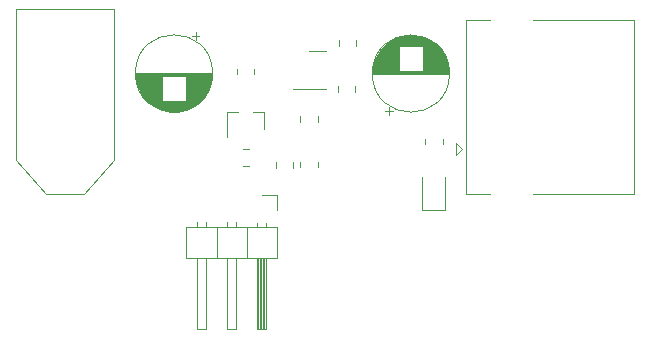
<source format=gbr>
%TF.GenerationSoftware,KiCad,Pcbnew,5.1.10*%
%TF.CreationDate,2021-11-10T11:09:16+01:00*%
%TF.ProjectId,Buck-Converter,4275636b-2d43-46f6-9e76-65727465722e,rev?*%
%TF.SameCoordinates,Original*%
%TF.FileFunction,Legend,Top*%
%TF.FilePolarity,Positive*%
%FSLAX46Y46*%
G04 Gerber Fmt 4.6, Leading zero omitted, Abs format (unit mm)*
G04 Created by KiCad (PCBNEW 5.1.10) date 2021-11-10 11:09:16*
%MOMM*%
%LPD*%
G01*
G04 APERTURE LIST*
%ADD10C,0.120000*%
G04 APERTURE END LIST*
D10*
%TO.C,J3*%
X124360000Y-77940000D02*
X124360000Y-78940000D01*
X124860000Y-78440000D02*
X124360000Y-77940000D01*
X124360000Y-78940000D02*
X124860000Y-78440000D01*
X127220000Y-67580000D02*
X125240000Y-67580000D01*
X125240000Y-82300000D02*
X127220000Y-82300000D01*
X125240000Y-82300000D02*
X125240000Y-67580000D01*
X130920000Y-67580000D02*
X139460000Y-67580000D01*
X139460000Y-82300000D02*
X139460000Y-67580000D01*
X130920000Y-82300000D02*
X139460000Y-82300000D01*
%TO.C,U1*%
X110540000Y-73400000D02*
X113340000Y-73400000D01*
X111940000Y-70180000D02*
X113340000Y-70180000D01*
%TO.C,R7*%
X121755000Y-77632936D02*
X121755000Y-78087064D01*
X123225000Y-77632936D02*
X123225000Y-78087064D01*
%TO.C,R6*%
X115845000Y-73627064D02*
X115845000Y-73172936D01*
X114375000Y-73627064D02*
X114375000Y-73172936D01*
%TO.C,R5*%
X110575000Y-80037064D02*
X110575000Y-79582936D01*
X109105000Y-80037064D02*
X109105000Y-79582936D01*
%TO.C,R4*%
X111185000Y-79572936D02*
X111185000Y-80027064D01*
X112655000Y-79572936D02*
X112655000Y-80027064D01*
%TO.C,R3*%
X111175000Y-75692936D02*
X111175000Y-76147064D01*
X112645000Y-75692936D02*
X112645000Y-76147064D01*
%TO.C,R2*%
X105825000Y-71672936D02*
X105825000Y-72127064D01*
X107295000Y-71672936D02*
X107295000Y-72127064D01*
%TO.C,R1*%
X106372936Y-79945000D02*
X106827064Y-79945000D01*
X106372936Y-78475000D02*
X106827064Y-78475000D01*
%TO.C,Q1*%
X108130000Y-75330000D02*
X108130000Y-76790000D01*
X104970000Y-75330000D02*
X104970000Y-77490000D01*
X104970000Y-75330000D02*
X105900000Y-75330000D01*
X108130000Y-75330000D02*
X107200000Y-75330000D01*
%TO.C,J2*%
X92830000Y-82290000D02*
X95430000Y-79440000D01*
X87130000Y-79440000D02*
X89680000Y-82290000D01*
X95430000Y-66590000D02*
X87130000Y-66590000D01*
X95430000Y-79440000D02*
X95430000Y-66590000D01*
X89680000Y-82290000D02*
X92830000Y-82290000D01*
X87130000Y-66590000D02*
X87130000Y-79440000D01*
%TO.C,J1*%
X109190000Y-82360000D02*
X109190000Y-83630000D01*
X107920000Y-82360000D02*
X109190000Y-82360000D01*
X102460000Y-84672929D02*
X102460000Y-85070000D01*
X103220000Y-84672929D02*
X103220000Y-85070000D01*
X102460000Y-93730000D02*
X102460000Y-87730000D01*
X103220000Y-93730000D02*
X102460000Y-93730000D01*
X103220000Y-87730000D02*
X103220000Y-93730000D01*
X104110000Y-85070000D02*
X104110000Y-87730000D01*
X105000000Y-84672929D02*
X105000000Y-85070000D01*
X105760000Y-84672929D02*
X105760000Y-85070000D01*
X105000000Y-93730000D02*
X105000000Y-87730000D01*
X105760000Y-93730000D02*
X105000000Y-93730000D01*
X105760000Y-87730000D02*
X105760000Y-93730000D01*
X106650000Y-85070000D02*
X106650000Y-87730000D01*
X107540000Y-84740000D02*
X107540000Y-85070000D01*
X108300000Y-84740000D02*
X108300000Y-85070000D01*
X107640000Y-87730000D02*
X107640000Y-93730000D01*
X107760000Y-87730000D02*
X107760000Y-93730000D01*
X107880000Y-87730000D02*
X107880000Y-93730000D01*
X108000000Y-87730000D02*
X108000000Y-93730000D01*
X108120000Y-87730000D02*
X108120000Y-93730000D01*
X108240000Y-87730000D02*
X108240000Y-93730000D01*
X107540000Y-93730000D02*
X107540000Y-87730000D01*
X108300000Y-93730000D02*
X107540000Y-93730000D01*
X108300000Y-87730000D02*
X108300000Y-93730000D01*
X109250000Y-87730000D02*
X109250000Y-85070000D01*
X101510000Y-87730000D02*
X109250000Y-87730000D01*
X101510000Y-85070000D02*
X101510000Y-87730000D01*
X109250000Y-85070000D02*
X101510000Y-85070000D01*
%TO.C,D1*%
X123430000Y-83670000D02*
X123430000Y-80810000D01*
X121510000Y-83670000D02*
X123430000Y-83670000D01*
X121510000Y-80810000D02*
X121510000Y-83670000D01*
%TO.C,C3*%
X118396000Y-75265241D02*
X119026000Y-75265241D01*
X118711000Y-75580241D02*
X118711000Y-74950241D01*
X120148000Y-68839000D02*
X120952000Y-68839000D01*
X119917000Y-68879000D02*
X121183000Y-68879000D01*
X119748000Y-68919000D02*
X121352000Y-68919000D01*
X119610000Y-68959000D02*
X121490000Y-68959000D01*
X119491000Y-68999000D02*
X121609000Y-68999000D01*
X119385000Y-69039000D02*
X121715000Y-69039000D01*
X119288000Y-69079000D02*
X121812000Y-69079000D01*
X119200000Y-69119000D02*
X121900000Y-69119000D01*
X119118000Y-69159000D02*
X121982000Y-69159000D01*
X119041000Y-69199000D02*
X122059000Y-69199000D01*
X118969000Y-69239000D02*
X122131000Y-69239000D01*
X118900000Y-69279000D02*
X122200000Y-69279000D01*
X118836000Y-69319000D02*
X122264000Y-69319000D01*
X118774000Y-69359000D02*
X122326000Y-69359000D01*
X118716000Y-69399000D02*
X122384000Y-69399000D01*
X118660000Y-69439000D02*
X122440000Y-69439000D01*
X118606000Y-69479000D02*
X122494000Y-69479000D01*
X118555000Y-69519000D02*
X122545000Y-69519000D01*
X118506000Y-69559000D02*
X122594000Y-69559000D01*
X118458000Y-69599000D02*
X122642000Y-69599000D01*
X118413000Y-69639000D02*
X122687000Y-69639000D01*
X118368000Y-69679000D02*
X122732000Y-69679000D01*
X118326000Y-69719000D02*
X122774000Y-69719000D01*
X118285000Y-69759000D02*
X122815000Y-69759000D01*
X121590000Y-69799000D02*
X122855000Y-69799000D01*
X118245000Y-69799000D02*
X119510000Y-69799000D01*
X121590000Y-69839000D02*
X122893000Y-69839000D01*
X118207000Y-69839000D02*
X119510000Y-69839000D01*
X121590000Y-69879000D02*
X122930000Y-69879000D01*
X118170000Y-69879000D02*
X119510000Y-69879000D01*
X121590000Y-69919000D02*
X122966000Y-69919000D01*
X118134000Y-69919000D02*
X119510000Y-69919000D01*
X121590000Y-69959000D02*
X123000000Y-69959000D01*
X118100000Y-69959000D02*
X119510000Y-69959000D01*
X121590000Y-69999000D02*
X123034000Y-69999000D01*
X118066000Y-69999000D02*
X119510000Y-69999000D01*
X121590000Y-70039000D02*
X123066000Y-70039000D01*
X118034000Y-70039000D02*
X119510000Y-70039000D01*
X121590000Y-70079000D02*
X123098000Y-70079000D01*
X118002000Y-70079000D02*
X119510000Y-70079000D01*
X121590000Y-70119000D02*
X123128000Y-70119000D01*
X117972000Y-70119000D02*
X119510000Y-70119000D01*
X121590000Y-70159000D02*
X123157000Y-70159000D01*
X117943000Y-70159000D02*
X119510000Y-70159000D01*
X121590000Y-70199000D02*
X123186000Y-70199000D01*
X117914000Y-70199000D02*
X119510000Y-70199000D01*
X121590000Y-70239000D02*
X123214000Y-70239000D01*
X117886000Y-70239000D02*
X119510000Y-70239000D01*
X121590000Y-70279000D02*
X123240000Y-70279000D01*
X117860000Y-70279000D02*
X119510000Y-70279000D01*
X121590000Y-70319000D02*
X123266000Y-70319000D01*
X117834000Y-70319000D02*
X119510000Y-70319000D01*
X121590000Y-70359000D02*
X123292000Y-70359000D01*
X117808000Y-70359000D02*
X119510000Y-70359000D01*
X121590000Y-70399000D02*
X123316000Y-70399000D01*
X117784000Y-70399000D02*
X119510000Y-70399000D01*
X121590000Y-70439000D02*
X123340000Y-70439000D01*
X117760000Y-70439000D02*
X119510000Y-70439000D01*
X121590000Y-70479000D02*
X123362000Y-70479000D01*
X117738000Y-70479000D02*
X119510000Y-70479000D01*
X121590000Y-70519000D02*
X123384000Y-70519000D01*
X117716000Y-70519000D02*
X119510000Y-70519000D01*
X121590000Y-70559000D02*
X123406000Y-70559000D01*
X117694000Y-70559000D02*
X119510000Y-70559000D01*
X121590000Y-70599000D02*
X123426000Y-70599000D01*
X117674000Y-70599000D02*
X119510000Y-70599000D01*
X121590000Y-70639000D02*
X123446000Y-70639000D01*
X117654000Y-70639000D02*
X119510000Y-70639000D01*
X121590000Y-70679000D02*
X123466000Y-70679000D01*
X117634000Y-70679000D02*
X119510000Y-70679000D01*
X121590000Y-70719000D02*
X123484000Y-70719000D01*
X117616000Y-70719000D02*
X119510000Y-70719000D01*
X121590000Y-70759000D02*
X123502000Y-70759000D01*
X117598000Y-70759000D02*
X119510000Y-70759000D01*
X121590000Y-70799000D02*
X123520000Y-70799000D01*
X117580000Y-70799000D02*
X119510000Y-70799000D01*
X121590000Y-70839000D02*
X123536000Y-70839000D01*
X117564000Y-70839000D02*
X119510000Y-70839000D01*
X121590000Y-70879000D02*
X123552000Y-70879000D01*
X117548000Y-70879000D02*
X119510000Y-70879000D01*
X121590000Y-70919000D02*
X123568000Y-70919000D01*
X117532000Y-70919000D02*
X119510000Y-70919000D01*
X121590000Y-70959000D02*
X123583000Y-70959000D01*
X117517000Y-70959000D02*
X119510000Y-70959000D01*
X121590000Y-70999000D02*
X123597000Y-70999000D01*
X117503000Y-70999000D02*
X119510000Y-70999000D01*
X121590000Y-71039000D02*
X123611000Y-71039000D01*
X117489000Y-71039000D02*
X119510000Y-71039000D01*
X121590000Y-71079000D02*
X123624000Y-71079000D01*
X117476000Y-71079000D02*
X119510000Y-71079000D01*
X121590000Y-71119000D02*
X123636000Y-71119000D01*
X117464000Y-71119000D02*
X119510000Y-71119000D01*
X121590000Y-71159000D02*
X123648000Y-71159000D01*
X117452000Y-71159000D02*
X119510000Y-71159000D01*
X121590000Y-71199000D02*
X123660000Y-71199000D01*
X117440000Y-71199000D02*
X119510000Y-71199000D01*
X121590000Y-71239000D02*
X123671000Y-71239000D01*
X117429000Y-71239000D02*
X119510000Y-71239000D01*
X121590000Y-71279000D02*
X123681000Y-71279000D01*
X117419000Y-71279000D02*
X119510000Y-71279000D01*
X121590000Y-71319000D02*
X123691000Y-71319000D01*
X117409000Y-71319000D02*
X119510000Y-71319000D01*
X121590000Y-71359000D02*
X123700000Y-71359000D01*
X117400000Y-71359000D02*
X119510000Y-71359000D01*
X121590000Y-71400000D02*
X123709000Y-71400000D01*
X117391000Y-71400000D02*
X119510000Y-71400000D01*
X121590000Y-71440000D02*
X123717000Y-71440000D01*
X117383000Y-71440000D02*
X119510000Y-71440000D01*
X121590000Y-71480000D02*
X123725000Y-71480000D01*
X117375000Y-71480000D02*
X119510000Y-71480000D01*
X121590000Y-71520000D02*
X123732000Y-71520000D01*
X117368000Y-71520000D02*
X119510000Y-71520000D01*
X121590000Y-71560000D02*
X123739000Y-71560000D01*
X117361000Y-71560000D02*
X119510000Y-71560000D01*
X121590000Y-71600000D02*
X123745000Y-71600000D01*
X117355000Y-71600000D02*
X119510000Y-71600000D01*
X121590000Y-71640000D02*
X123751000Y-71640000D01*
X117349000Y-71640000D02*
X119510000Y-71640000D01*
X121590000Y-71680000D02*
X123756000Y-71680000D01*
X117344000Y-71680000D02*
X119510000Y-71680000D01*
X121590000Y-71720000D02*
X123761000Y-71720000D01*
X117339000Y-71720000D02*
X119510000Y-71720000D01*
X121590000Y-71760000D02*
X123765000Y-71760000D01*
X117335000Y-71760000D02*
X119510000Y-71760000D01*
X121590000Y-71800000D02*
X123768000Y-71800000D01*
X117332000Y-71800000D02*
X119510000Y-71800000D01*
X121590000Y-71840000D02*
X123772000Y-71840000D01*
X117328000Y-71840000D02*
X119510000Y-71840000D01*
X117326000Y-71880000D02*
X123774000Y-71880000D01*
X117323000Y-71920000D02*
X123777000Y-71920000D01*
X117322000Y-71960000D02*
X123778000Y-71960000D01*
X117320000Y-72000000D02*
X123780000Y-72000000D01*
X117320000Y-72040000D02*
X123780000Y-72040000D01*
X117320000Y-72080000D02*
X123780000Y-72080000D01*
X123820000Y-72080000D02*
G75*
G03*
X123820000Y-72080000I-3270000J0D01*
G01*
%TO.C,C2*%
X115895000Y-69751252D02*
X115895000Y-69228748D01*
X114425000Y-69751252D02*
X114425000Y-69228748D01*
%TO.C,C1*%
X102644000Y-68884759D02*
X102014000Y-68884759D01*
X102329000Y-68569759D02*
X102329000Y-69199759D01*
X100892000Y-75311000D02*
X100088000Y-75311000D01*
X101123000Y-75271000D02*
X99857000Y-75271000D01*
X101292000Y-75231000D02*
X99688000Y-75231000D01*
X101430000Y-75191000D02*
X99550000Y-75191000D01*
X101549000Y-75151000D02*
X99431000Y-75151000D01*
X101655000Y-75111000D02*
X99325000Y-75111000D01*
X101752000Y-75071000D02*
X99228000Y-75071000D01*
X101840000Y-75031000D02*
X99140000Y-75031000D01*
X101922000Y-74991000D02*
X99058000Y-74991000D01*
X101999000Y-74951000D02*
X98981000Y-74951000D01*
X102071000Y-74911000D02*
X98909000Y-74911000D01*
X102140000Y-74871000D02*
X98840000Y-74871000D01*
X102204000Y-74831000D02*
X98776000Y-74831000D01*
X102266000Y-74791000D02*
X98714000Y-74791000D01*
X102324000Y-74751000D02*
X98656000Y-74751000D01*
X102380000Y-74711000D02*
X98600000Y-74711000D01*
X102434000Y-74671000D02*
X98546000Y-74671000D01*
X102485000Y-74631000D02*
X98495000Y-74631000D01*
X102534000Y-74591000D02*
X98446000Y-74591000D01*
X102582000Y-74551000D02*
X98398000Y-74551000D01*
X102627000Y-74511000D02*
X98353000Y-74511000D01*
X102672000Y-74471000D02*
X98308000Y-74471000D01*
X102714000Y-74431000D02*
X98266000Y-74431000D01*
X102755000Y-74391000D02*
X98225000Y-74391000D01*
X99450000Y-74351000D02*
X98185000Y-74351000D01*
X102795000Y-74351000D02*
X101530000Y-74351000D01*
X99450000Y-74311000D02*
X98147000Y-74311000D01*
X102833000Y-74311000D02*
X101530000Y-74311000D01*
X99450000Y-74271000D02*
X98110000Y-74271000D01*
X102870000Y-74271000D02*
X101530000Y-74271000D01*
X99450000Y-74231000D02*
X98074000Y-74231000D01*
X102906000Y-74231000D02*
X101530000Y-74231000D01*
X99450000Y-74191000D02*
X98040000Y-74191000D01*
X102940000Y-74191000D02*
X101530000Y-74191000D01*
X99450000Y-74151000D02*
X98006000Y-74151000D01*
X102974000Y-74151000D02*
X101530000Y-74151000D01*
X99450000Y-74111000D02*
X97974000Y-74111000D01*
X103006000Y-74111000D02*
X101530000Y-74111000D01*
X99450000Y-74071000D02*
X97942000Y-74071000D01*
X103038000Y-74071000D02*
X101530000Y-74071000D01*
X99450000Y-74031000D02*
X97912000Y-74031000D01*
X103068000Y-74031000D02*
X101530000Y-74031000D01*
X99450000Y-73991000D02*
X97883000Y-73991000D01*
X103097000Y-73991000D02*
X101530000Y-73991000D01*
X99450000Y-73951000D02*
X97854000Y-73951000D01*
X103126000Y-73951000D02*
X101530000Y-73951000D01*
X99450000Y-73911000D02*
X97826000Y-73911000D01*
X103154000Y-73911000D02*
X101530000Y-73911000D01*
X99450000Y-73871000D02*
X97800000Y-73871000D01*
X103180000Y-73871000D02*
X101530000Y-73871000D01*
X99450000Y-73831000D02*
X97774000Y-73831000D01*
X103206000Y-73831000D02*
X101530000Y-73831000D01*
X99450000Y-73791000D02*
X97748000Y-73791000D01*
X103232000Y-73791000D02*
X101530000Y-73791000D01*
X99450000Y-73751000D02*
X97724000Y-73751000D01*
X103256000Y-73751000D02*
X101530000Y-73751000D01*
X99450000Y-73711000D02*
X97700000Y-73711000D01*
X103280000Y-73711000D02*
X101530000Y-73711000D01*
X99450000Y-73671000D02*
X97678000Y-73671000D01*
X103302000Y-73671000D02*
X101530000Y-73671000D01*
X99450000Y-73631000D02*
X97656000Y-73631000D01*
X103324000Y-73631000D02*
X101530000Y-73631000D01*
X99450000Y-73591000D02*
X97634000Y-73591000D01*
X103346000Y-73591000D02*
X101530000Y-73591000D01*
X99450000Y-73551000D02*
X97614000Y-73551000D01*
X103366000Y-73551000D02*
X101530000Y-73551000D01*
X99450000Y-73511000D02*
X97594000Y-73511000D01*
X103386000Y-73511000D02*
X101530000Y-73511000D01*
X99450000Y-73471000D02*
X97574000Y-73471000D01*
X103406000Y-73471000D02*
X101530000Y-73471000D01*
X99450000Y-73431000D02*
X97556000Y-73431000D01*
X103424000Y-73431000D02*
X101530000Y-73431000D01*
X99450000Y-73391000D02*
X97538000Y-73391000D01*
X103442000Y-73391000D02*
X101530000Y-73391000D01*
X99450000Y-73351000D02*
X97520000Y-73351000D01*
X103460000Y-73351000D02*
X101530000Y-73351000D01*
X99450000Y-73311000D02*
X97504000Y-73311000D01*
X103476000Y-73311000D02*
X101530000Y-73311000D01*
X99450000Y-73271000D02*
X97488000Y-73271000D01*
X103492000Y-73271000D02*
X101530000Y-73271000D01*
X99450000Y-73231000D02*
X97472000Y-73231000D01*
X103508000Y-73231000D02*
X101530000Y-73231000D01*
X99450000Y-73191000D02*
X97457000Y-73191000D01*
X103523000Y-73191000D02*
X101530000Y-73191000D01*
X99450000Y-73151000D02*
X97443000Y-73151000D01*
X103537000Y-73151000D02*
X101530000Y-73151000D01*
X99450000Y-73111000D02*
X97429000Y-73111000D01*
X103551000Y-73111000D02*
X101530000Y-73111000D01*
X99450000Y-73071000D02*
X97416000Y-73071000D01*
X103564000Y-73071000D02*
X101530000Y-73071000D01*
X99450000Y-73031000D02*
X97404000Y-73031000D01*
X103576000Y-73031000D02*
X101530000Y-73031000D01*
X99450000Y-72991000D02*
X97392000Y-72991000D01*
X103588000Y-72991000D02*
X101530000Y-72991000D01*
X99450000Y-72951000D02*
X97380000Y-72951000D01*
X103600000Y-72951000D02*
X101530000Y-72951000D01*
X99450000Y-72911000D02*
X97369000Y-72911000D01*
X103611000Y-72911000D02*
X101530000Y-72911000D01*
X99450000Y-72871000D02*
X97359000Y-72871000D01*
X103621000Y-72871000D02*
X101530000Y-72871000D01*
X99450000Y-72831000D02*
X97349000Y-72831000D01*
X103631000Y-72831000D02*
X101530000Y-72831000D01*
X99450000Y-72791000D02*
X97340000Y-72791000D01*
X103640000Y-72791000D02*
X101530000Y-72791000D01*
X99450000Y-72750000D02*
X97331000Y-72750000D01*
X103649000Y-72750000D02*
X101530000Y-72750000D01*
X99450000Y-72710000D02*
X97323000Y-72710000D01*
X103657000Y-72710000D02*
X101530000Y-72710000D01*
X99450000Y-72670000D02*
X97315000Y-72670000D01*
X103665000Y-72670000D02*
X101530000Y-72670000D01*
X99450000Y-72630000D02*
X97308000Y-72630000D01*
X103672000Y-72630000D02*
X101530000Y-72630000D01*
X99450000Y-72590000D02*
X97301000Y-72590000D01*
X103679000Y-72590000D02*
X101530000Y-72590000D01*
X99450000Y-72550000D02*
X97295000Y-72550000D01*
X103685000Y-72550000D02*
X101530000Y-72550000D01*
X99450000Y-72510000D02*
X97289000Y-72510000D01*
X103691000Y-72510000D02*
X101530000Y-72510000D01*
X99450000Y-72470000D02*
X97284000Y-72470000D01*
X103696000Y-72470000D02*
X101530000Y-72470000D01*
X99450000Y-72430000D02*
X97279000Y-72430000D01*
X103701000Y-72430000D02*
X101530000Y-72430000D01*
X99450000Y-72390000D02*
X97275000Y-72390000D01*
X103705000Y-72390000D02*
X101530000Y-72390000D01*
X99450000Y-72350000D02*
X97272000Y-72350000D01*
X103708000Y-72350000D02*
X101530000Y-72350000D01*
X99450000Y-72310000D02*
X97268000Y-72310000D01*
X103712000Y-72310000D02*
X101530000Y-72310000D01*
X103714000Y-72270000D02*
X97266000Y-72270000D01*
X103717000Y-72230000D02*
X97263000Y-72230000D01*
X103718000Y-72190000D02*
X97262000Y-72190000D01*
X103720000Y-72150000D02*
X97260000Y-72150000D01*
X103720000Y-72110000D02*
X97260000Y-72110000D01*
X103720000Y-72070000D02*
X97260000Y-72070000D01*
X103760000Y-72070000D02*
G75*
G03*
X103760000Y-72070000I-3270000J0D01*
G01*
%TD*%
M02*

</source>
